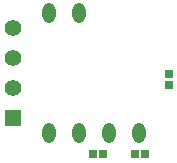
<source format=gts>
G04 Layer_Color=8388736*
%FSLAX25Y25*%
%MOIN*%
G70*
G01*
G75*
%ADD24R,0.03162X0.03162*%
%ADD25O,0.04540X0.06706*%
%ADD26R,0.03162X0.03162*%
%ADD27C,0.05524*%
%ADD28R,0.05524X0.05524*%
D24*
X1228Y-27000D02*
D03*
X4772D02*
D03*
X18772Y-27000D02*
D03*
X15228D02*
D03*
D25*
X-3500Y20000D02*
D03*
X-13500D02*
D03*
Y-20000D02*
D03*
X-3500D02*
D03*
X6500D02*
D03*
X16500D02*
D03*
D26*
X26500Y-3772D02*
D03*
Y-228D02*
D03*
D27*
X-25500Y15000D02*
D03*
Y5000D02*
D03*
Y-5000D02*
D03*
D28*
Y-15000D02*
D03*
M02*

</source>
